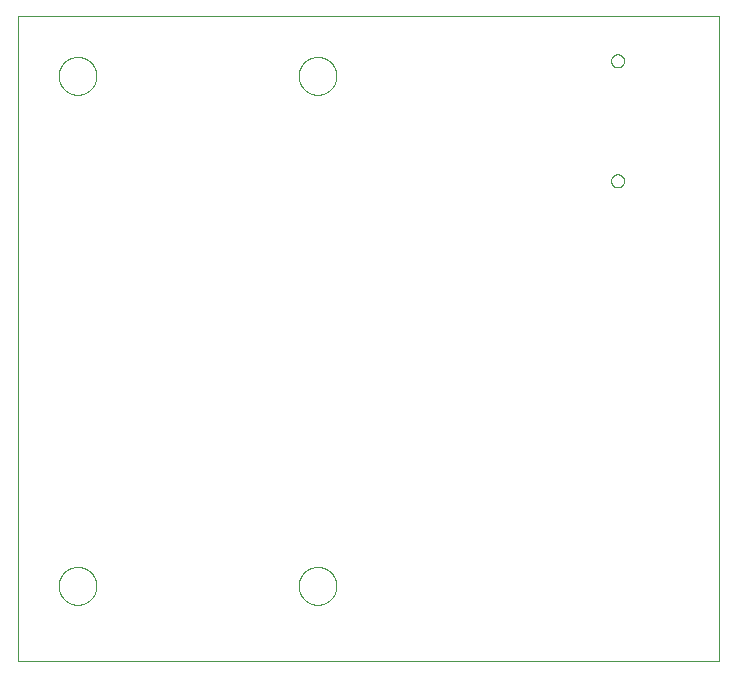
<source format=gko>
G75*
%MOIN*%
%OFA0B0*%
%FSLAX25Y25*%
%IPPOS*%
%LPD*%
%AMOC8*
5,1,8,0,0,1.08239X$1,22.5*
%
%ADD10C,0.00000*%
D10*
X0001000Y0001000D02*
X0001000Y0215961D01*
X0234701Y0215961D01*
X0234701Y0001000D01*
X0001000Y0001000D01*
X0014701Y0026000D02*
X0014703Y0026158D01*
X0014709Y0026316D01*
X0014719Y0026474D01*
X0014733Y0026632D01*
X0014751Y0026789D01*
X0014772Y0026946D01*
X0014798Y0027102D01*
X0014828Y0027258D01*
X0014861Y0027413D01*
X0014899Y0027566D01*
X0014940Y0027719D01*
X0014985Y0027871D01*
X0015034Y0028022D01*
X0015087Y0028171D01*
X0015143Y0028319D01*
X0015203Y0028465D01*
X0015267Y0028610D01*
X0015335Y0028753D01*
X0015406Y0028895D01*
X0015480Y0029035D01*
X0015558Y0029172D01*
X0015640Y0029308D01*
X0015724Y0029442D01*
X0015813Y0029573D01*
X0015904Y0029702D01*
X0015999Y0029829D01*
X0016096Y0029954D01*
X0016197Y0030076D01*
X0016301Y0030195D01*
X0016408Y0030312D01*
X0016518Y0030426D01*
X0016631Y0030537D01*
X0016746Y0030646D01*
X0016864Y0030751D01*
X0016985Y0030853D01*
X0017108Y0030953D01*
X0017234Y0031049D01*
X0017362Y0031142D01*
X0017492Y0031232D01*
X0017625Y0031318D01*
X0017760Y0031402D01*
X0017896Y0031481D01*
X0018035Y0031558D01*
X0018176Y0031630D01*
X0018318Y0031700D01*
X0018462Y0031765D01*
X0018608Y0031827D01*
X0018755Y0031885D01*
X0018904Y0031940D01*
X0019054Y0031991D01*
X0019205Y0032038D01*
X0019357Y0032081D01*
X0019510Y0032120D01*
X0019665Y0032156D01*
X0019820Y0032187D01*
X0019976Y0032215D01*
X0020132Y0032239D01*
X0020289Y0032259D01*
X0020447Y0032275D01*
X0020604Y0032287D01*
X0020763Y0032295D01*
X0020921Y0032299D01*
X0021079Y0032299D01*
X0021237Y0032295D01*
X0021396Y0032287D01*
X0021553Y0032275D01*
X0021711Y0032259D01*
X0021868Y0032239D01*
X0022024Y0032215D01*
X0022180Y0032187D01*
X0022335Y0032156D01*
X0022490Y0032120D01*
X0022643Y0032081D01*
X0022795Y0032038D01*
X0022946Y0031991D01*
X0023096Y0031940D01*
X0023245Y0031885D01*
X0023392Y0031827D01*
X0023538Y0031765D01*
X0023682Y0031700D01*
X0023824Y0031630D01*
X0023965Y0031558D01*
X0024104Y0031481D01*
X0024240Y0031402D01*
X0024375Y0031318D01*
X0024508Y0031232D01*
X0024638Y0031142D01*
X0024766Y0031049D01*
X0024892Y0030953D01*
X0025015Y0030853D01*
X0025136Y0030751D01*
X0025254Y0030646D01*
X0025369Y0030537D01*
X0025482Y0030426D01*
X0025592Y0030312D01*
X0025699Y0030195D01*
X0025803Y0030076D01*
X0025904Y0029954D01*
X0026001Y0029829D01*
X0026096Y0029702D01*
X0026187Y0029573D01*
X0026276Y0029442D01*
X0026360Y0029308D01*
X0026442Y0029172D01*
X0026520Y0029035D01*
X0026594Y0028895D01*
X0026665Y0028753D01*
X0026733Y0028610D01*
X0026797Y0028465D01*
X0026857Y0028319D01*
X0026913Y0028171D01*
X0026966Y0028022D01*
X0027015Y0027871D01*
X0027060Y0027719D01*
X0027101Y0027566D01*
X0027139Y0027413D01*
X0027172Y0027258D01*
X0027202Y0027102D01*
X0027228Y0026946D01*
X0027249Y0026789D01*
X0027267Y0026632D01*
X0027281Y0026474D01*
X0027291Y0026316D01*
X0027297Y0026158D01*
X0027299Y0026000D01*
X0027297Y0025842D01*
X0027291Y0025684D01*
X0027281Y0025526D01*
X0027267Y0025368D01*
X0027249Y0025211D01*
X0027228Y0025054D01*
X0027202Y0024898D01*
X0027172Y0024742D01*
X0027139Y0024587D01*
X0027101Y0024434D01*
X0027060Y0024281D01*
X0027015Y0024129D01*
X0026966Y0023978D01*
X0026913Y0023829D01*
X0026857Y0023681D01*
X0026797Y0023535D01*
X0026733Y0023390D01*
X0026665Y0023247D01*
X0026594Y0023105D01*
X0026520Y0022965D01*
X0026442Y0022828D01*
X0026360Y0022692D01*
X0026276Y0022558D01*
X0026187Y0022427D01*
X0026096Y0022298D01*
X0026001Y0022171D01*
X0025904Y0022046D01*
X0025803Y0021924D01*
X0025699Y0021805D01*
X0025592Y0021688D01*
X0025482Y0021574D01*
X0025369Y0021463D01*
X0025254Y0021354D01*
X0025136Y0021249D01*
X0025015Y0021147D01*
X0024892Y0021047D01*
X0024766Y0020951D01*
X0024638Y0020858D01*
X0024508Y0020768D01*
X0024375Y0020682D01*
X0024240Y0020598D01*
X0024104Y0020519D01*
X0023965Y0020442D01*
X0023824Y0020370D01*
X0023682Y0020300D01*
X0023538Y0020235D01*
X0023392Y0020173D01*
X0023245Y0020115D01*
X0023096Y0020060D01*
X0022946Y0020009D01*
X0022795Y0019962D01*
X0022643Y0019919D01*
X0022490Y0019880D01*
X0022335Y0019844D01*
X0022180Y0019813D01*
X0022024Y0019785D01*
X0021868Y0019761D01*
X0021711Y0019741D01*
X0021553Y0019725D01*
X0021396Y0019713D01*
X0021237Y0019705D01*
X0021079Y0019701D01*
X0020921Y0019701D01*
X0020763Y0019705D01*
X0020604Y0019713D01*
X0020447Y0019725D01*
X0020289Y0019741D01*
X0020132Y0019761D01*
X0019976Y0019785D01*
X0019820Y0019813D01*
X0019665Y0019844D01*
X0019510Y0019880D01*
X0019357Y0019919D01*
X0019205Y0019962D01*
X0019054Y0020009D01*
X0018904Y0020060D01*
X0018755Y0020115D01*
X0018608Y0020173D01*
X0018462Y0020235D01*
X0018318Y0020300D01*
X0018176Y0020370D01*
X0018035Y0020442D01*
X0017896Y0020519D01*
X0017760Y0020598D01*
X0017625Y0020682D01*
X0017492Y0020768D01*
X0017362Y0020858D01*
X0017234Y0020951D01*
X0017108Y0021047D01*
X0016985Y0021147D01*
X0016864Y0021249D01*
X0016746Y0021354D01*
X0016631Y0021463D01*
X0016518Y0021574D01*
X0016408Y0021688D01*
X0016301Y0021805D01*
X0016197Y0021924D01*
X0016096Y0022046D01*
X0015999Y0022171D01*
X0015904Y0022298D01*
X0015813Y0022427D01*
X0015724Y0022558D01*
X0015640Y0022692D01*
X0015558Y0022828D01*
X0015480Y0022965D01*
X0015406Y0023105D01*
X0015335Y0023247D01*
X0015267Y0023390D01*
X0015203Y0023535D01*
X0015143Y0023681D01*
X0015087Y0023829D01*
X0015034Y0023978D01*
X0014985Y0024129D01*
X0014940Y0024281D01*
X0014899Y0024434D01*
X0014861Y0024587D01*
X0014828Y0024742D01*
X0014798Y0024898D01*
X0014772Y0025054D01*
X0014751Y0025211D01*
X0014733Y0025368D01*
X0014719Y0025526D01*
X0014709Y0025684D01*
X0014703Y0025842D01*
X0014701Y0026000D01*
X0094701Y0026000D02*
X0094703Y0026158D01*
X0094709Y0026316D01*
X0094719Y0026474D01*
X0094733Y0026632D01*
X0094751Y0026789D01*
X0094772Y0026946D01*
X0094798Y0027102D01*
X0094828Y0027258D01*
X0094861Y0027413D01*
X0094899Y0027566D01*
X0094940Y0027719D01*
X0094985Y0027871D01*
X0095034Y0028022D01*
X0095087Y0028171D01*
X0095143Y0028319D01*
X0095203Y0028465D01*
X0095267Y0028610D01*
X0095335Y0028753D01*
X0095406Y0028895D01*
X0095480Y0029035D01*
X0095558Y0029172D01*
X0095640Y0029308D01*
X0095724Y0029442D01*
X0095813Y0029573D01*
X0095904Y0029702D01*
X0095999Y0029829D01*
X0096096Y0029954D01*
X0096197Y0030076D01*
X0096301Y0030195D01*
X0096408Y0030312D01*
X0096518Y0030426D01*
X0096631Y0030537D01*
X0096746Y0030646D01*
X0096864Y0030751D01*
X0096985Y0030853D01*
X0097108Y0030953D01*
X0097234Y0031049D01*
X0097362Y0031142D01*
X0097492Y0031232D01*
X0097625Y0031318D01*
X0097760Y0031402D01*
X0097896Y0031481D01*
X0098035Y0031558D01*
X0098176Y0031630D01*
X0098318Y0031700D01*
X0098462Y0031765D01*
X0098608Y0031827D01*
X0098755Y0031885D01*
X0098904Y0031940D01*
X0099054Y0031991D01*
X0099205Y0032038D01*
X0099357Y0032081D01*
X0099510Y0032120D01*
X0099665Y0032156D01*
X0099820Y0032187D01*
X0099976Y0032215D01*
X0100132Y0032239D01*
X0100289Y0032259D01*
X0100447Y0032275D01*
X0100604Y0032287D01*
X0100763Y0032295D01*
X0100921Y0032299D01*
X0101079Y0032299D01*
X0101237Y0032295D01*
X0101396Y0032287D01*
X0101553Y0032275D01*
X0101711Y0032259D01*
X0101868Y0032239D01*
X0102024Y0032215D01*
X0102180Y0032187D01*
X0102335Y0032156D01*
X0102490Y0032120D01*
X0102643Y0032081D01*
X0102795Y0032038D01*
X0102946Y0031991D01*
X0103096Y0031940D01*
X0103245Y0031885D01*
X0103392Y0031827D01*
X0103538Y0031765D01*
X0103682Y0031700D01*
X0103824Y0031630D01*
X0103965Y0031558D01*
X0104104Y0031481D01*
X0104240Y0031402D01*
X0104375Y0031318D01*
X0104508Y0031232D01*
X0104638Y0031142D01*
X0104766Y0031049D01*
X0104892Y0030953D01*
X0105015Y0030853D01*
X0105136Y0030751D01*
X0105254Y0030646D01*
X0105369Y0030537D01*
X0105482Y0030426D01*
X0105592Y0030312D01*
X0105699Y0030195D01*
X0105803Y0030076D01*
X0105904Y0029954D01*
X0106001Y0029829D01*
X0106096Y0029702D01*
X0106187Y0029573D01*
X0106276Y0029442D01*
X0106360Y0029308D01*
X0106442Y0029172D01*
X0106520Y0029035D01*
X0106594Y0028895D01*
X0106665Y0028753D01*
X0106733Y0028610D01*
X0106797Y0028465D01*
X0106857Y0028319D01*
X0106913Y0028171D01*
X0106966Y0028022D01*
X0107015Y0027871D01*
X0107060Y0027719D01*
X0107101Y0027566D01*
X0107139Y0027413D01*
X0107172Y0027258D01*
X0107202Y0027102D01*
X0107228Y0026946D01*
X0107249Y0026789D01*
X0107267Y0026632D01*
X0107281Y0026474D01*
X0107291Y0026316D01*
X0107297Y0026158D01*
X0107299Y0026000D01*
X0107297Y0025842D01*
X0107291Y0025684D01*
X0107281Y0025526D01*
X0107267Y0025368D01*
X0107249Y0025211D01*
X0107228Y0025054D01*
X0107202Y0024898D01*
X0107172Y0024742D01*
X0107139Y0024587D01*
X0107101Y0024434D01*
X0107060Y0024281D01*
X0107015Y0024129D01*
X0106966Y0023978D01*
X0106913Y0023829D01*
X0106857Y0023681D01*
X0106797Y0023535D01*
X0106733Y0023390D01*
X0106665Y0023247D01*
X0106594Y0023105D01*
X0106520Y0022965D01*
X0106442Y0022828D01*
X0106360Y0022692D01*
X0106276Y0022558D01*
X0106187Y0022427D01*
X0106096Y0022298D01*
X0106001Y0022171D01*
X0105904Y0022046D01*
X0105803Y0021924D01*
X0105699Y0021805D01*
X0105592Y0021688D01*
X0105482Y0021574D01*
X0105369Y0021463D01*
X0105254Y0021354D01*
X0105136Y0021249D01*
X0105015Y0021147D01*
X0104892Y0021047D01*
X0104766Y0020951D01*
X0104638Y0020858D01*
X0104508Y0020768D01*
X0104375Y0020682D01*
X0104240Y0020598D01*
X0104104Y0020519D01*
X0103965Y0020442D01*
X0103824Y0020370D01*
X0103682Y0020300D01*
X0103538Y0020235D01*
X0103392Y0020173D01*
X0103245Y0020115D01*
X0103096Y0020060D01*
X0102946Y0020009D01*
X0102795Y0019962D01*
X0102643Y0019919D01*
X0102490Y0019880D01*
X0102335Y0019844D01*
X0102180Y0019813D01*
X0102024Y0019785D01*
X0101868Y0019761D01*
X0101711Y0019741D01*
X0101553Y0019725D01*
X0101396Y0019713D01*
X0101237Y0019705D01*
X0101079Y0019701D01*
X0100921Y0019701D01*
X0100763Y0019705D01*
X0100604Y0019713D01*
X0100447Y0019725D01*
X0100289Y0019741D01*
X0100132Y0019761D01*
X0099976Y0019785D01*
X0099820Y0019813D01*
X0099665Y0019844D01*
X0099510Y0019880D01*
X0099357Y0019919D01*
X0099205Y0019962D01*
X0099054Y0020009D01*
X0098904Y0020060D01*
X0098755Y0020115D01*
X0098608Y0020173D01*
X0098462Y0020235D01*
X0098318Y0020300D01*
X0098176Y0020370D01*
X0098035Y0020442D01*
X0097896Y0020519D01*
X0097760Y0020598D01*
X0097625Y0020682D01*
X0097492Y0020768D01*
X0097362Y0020858D01*
X0097234Y0020951D01*
X0097108Y0021047D01*
X0096985Y0021147D01*
X0096864Y0021249D01*
X0096746Y0021354D01*
X0096631Y0021463D01*
X0096518Y0021574D01*
X0096408Y0021688D01*
X0096301Y0021805D01*
X0096197Y0021924D01*
X0096096Y0022046D01*
X0095999Y0022171D01*
X0095904Y0022298D01*
X0095813Y0022427D01*
X0095724Y0022558D01*
X0095640Y0022692D01*
X0095558Y0022828D01*
X0095480Y0022965D01*
X0095406Y0023105D01*
X0095335Y0023247D01*
X0095267Y0023390D01*
X0095203Y0023535D01*
X0095143Y0023681D01*
X0095087Y0023829D01*
X0095034Y0023978D01*
X0094985Y0024129D01*
X0094940Y0024281D01*
X0094899Y0024434D01*
X0094861Y0024587D01*
X0094828Y0024742D01*
X0094798Y0024898D01*
X0094772Y0025054D01*
X0094751Y0025211D01*
X0094733Y0025368D01*
X0094719Y0025526D01*
X0094709Y0025684D01*
X0094703Y0025842D01*
X0094701Y0026000D01*
X0198835Y0161000D02*
X0198837Y0161093D01*
X0198843Y0161185D01*
X0198853Y0161277D01*
X0198867Y0161368D01*
X0198884Y0161459D01*
X0198906Y0161549D01*
X0198931Y0161638D01*
X0198960Y0161726D01*
X0198993Y0161812D01*
X0199030Y0161897D01*
X0199070Y0161981D01*
X0199114Y0162062D01*
X0199161Y0162142D01*
X0199211Y0162220D01*
X0199265Y0162295D01*
X0199322Y0162368D01*
X0199382Y0162438D01*
X0199445Y0162506D01*
X0199511Y0162571D01*
X0199579Y0162633D01*
X0199650Y0162693D01*
X0199724Y0162749D01*
X0199800Y0162802D01*
X0199878Y0162851D01*
X0199958Y0162898D01*
X0200040Y0162940D01*
X0200124Y0162980D01*
X0200209Y0163015D01*
X0200296Y0163047D01*
X0200384Y0163076D01*
X0200473Y0163100D01*
X0200563Y0163121D01*
X0200654Y0163137D01*
X0200746Y0163150D01*
X0200838Y0163159D01*
X0200931Y0163164D01*
X0201023Y0163165D01*
X0201116Y0163162D01*
X0201208Y0163155D01*
X0201300Y0163144D01*
X0201391Y0163129D01*
X0201482Y0163111D01*
X0201572Y0163088D01*
X0201660Y0163062D01*
X0201748Y0163032D01*
X0201834Y0162998D01*
X0201918Y0162961D01*
X0202001Y0162919D01*
X0202082Y0162875D01*
X0202162Y0162827D01*
X0202239Y0162776D01*
X0202313Y0162721D01*
X0202386Y0162663D01*
X0202456Y0162603D01*
X0202523Y0162539D01*
X0202587Y0162473D01*
X0202649Y0162403D01*
X0202707Y0162332D01*
X0202762Y0162258D01*
X0202814Y0162181D01*
X0202863Y0162102D01*
X0202909Y0162022D01*
X0202951Y0161939D01*
X0202989Y0161855D01*
X0203024Y0161769D01*
X0203055Y0161682D01*
X0203082Y0161594D01*
X0203105Y0161504D01*
X0203125Y0161414D01*
X0203141Y0161323D01*
X0203153Y0161231D01*
X0203161Y0161139D01*
X0203165Y0161046D01*
X0203165Y0160954D01*
X0203161Y0160861D01*
X0203153Y0160769D01*
X0203141Y0160677D01*
X0203125Y0160586D01*
X0203105Y0160496D01*
X0203082Y0160406D01*
X0203055Y0160318D01*
X0203024Y0160231D01*
X0202989Y0160145D01*
X0202951Y0160061D01*
X0202909Y0159978D01*
X0202863Y0159898D01*
X0202814Y0159819D01*
X0202762Y0159742D01*
X0202707Y0159668D01*
X0202649Y0159597D01*
X0202587Y0159527D01*
X0202523Y0159461D01*
X0202456Y0159397D01*
X0202386Y0159337D01*
X0202313Y0159279D01*
X0202239Y0159224D01*
X0202162Y0159173D01*
X0202083Y0159125D01*
X0202001Y0159081D01*
X0201918Y0159039D01*
X0201834Y0159002D01*
X0201748Y0158968D01*
X0201660Y0158938D01*
X0201572Y0158912D01*
X0201482Y0158889D01*
X0201391Y0158871D01*
X0201300Y0158856D01*
X0201208Y0158845D01*
X0201116Y0158838D01*
X0201023Y0158835D01*
X0200931Y0158836D01*
X0200838Y0158841D01*
X0200746Y0158850D01*
X0200654Y0158863D01*
X0200563Y0158879D01*
X0200473Y0158900D01*
X0200384Y0158924D01*
X0200296Y0158953D01*
X0200209Y0158985D01*
X0200124Y0159020D01*
X0200040Y0159060D01*
X0199958Y0159102D01*
X0199878Y0159149D01*
X0199800Y0159198D01*
X0199724Y0159251D01*
X0199650Y0159307D01*
X0199579Y0159367D01*
X0199511Y0159429D01*
X0199445Y0159494D01*
X0199382Y0159562D01*
X0199322Y0159632D01*
X0199265Y0159705D01*
X0199211Y0159780D01*
X0199161Y0159858D01*
X0199114Y0159938D01*
X0199070Y0160019D01*
X0199030Y0160103D01*
X0198993Y0160188D01*
X0198960Y0160274D01*
X0198931Y0160362D01*
X0198906Y0160451D01*
X0198884Y0160541D01*
X0198867Y0160632D01*
X0198853Y0160723D01*
X0198843Y0160815D01*
X0198837Y0160907D01*
X0198835Y0161000D01*
X0198835Y0201000D02*
X0198837Y0201093D01*
X0198843Y0201185D01*
X0198853Y0201277D01*
X0198867Y0201368D01*
X0198884Y0201459D01*
X0198906Y0201549D01*
X0198931Y0201638D01*
X0198960Y0201726D01*
X0198993Y0201812D01*
X0199030Y0201897D01*
X0199070Y0201981D01*
X0199114Y0202062D01*
X0199161Y0202142D01*
X0199211Y0202220D01*
X0199265Y0202295D01*
X0199322Y0202368D01*
X0199382Y0202438D01*
X0199445Y0202506D01*
X0199511Y0202571D01*
X0199579Y0202633D01*
X0199650Y0202693D01*
X0199724Y0202749D01*
X0199800Y0202802D01*
X0199878Y0202851D01*
X0199958Y0202898D01*
X0200040Y0202940D01*
X0200124Y0202980D01*
X0200209Y0203015D01*
X0200296Y0203047D01*
X0200384Y0203076D01*
X0200473Y0203100D01*
X0200563Y0203121D01*
X0200654Y0203137D01*
X0200746Y0203150D01*
X0200838Y0203159D01*
X0200931Y0203164D01*
X0201023Y0203165D01*
X0201116Y0203162D01*
X0201208Y0203155D01*
X0201300Y0203144D01*
X0201391Y0203129D01*
X0201482Y0203111D01*
X0201572Y0203088D01*
X0201660Y0203062D01*
X0201748Y0203032D01*
X0201834Y0202998D01*
X0201918Y0202961D01*
X0202001Y0202919D01*
X0202082Y0202875D01*
X0202162Y0202827D01*
X0202239Y0202776D01*
X0202313Y0202721D01*
X0202386Y0202663D01*
X0202456Y0202603D01*
X0202523Y0202539D01*
X0202587Y0202473D01*
X0202649Y0202403D01*
X0202707Y0202332D01*
X0202762Y0202258D01*
X0202814Y0202181D01*
X0202863Y0202102D01*
X0202909Y0202022D01*
X0202951Y0201939D01*
X0202989Y0201855D01*
X0203024Y0201769D01*
X0203055Y0201682D01*
X0203082Y0201594D01*
X0203105Y0201504D01*
X0203125Y0201414D01*
X0203141Y0201323D01*
X0203153Y0201231D01*
X0203161Y0201139D01*
X0203165Y0201046D01*
X0203165Y0200954D01*
X0203161Y0200861D01*
X0203153Y0200769D01*
X0203141Y0200677D01*
X0203125Y0200586D01*
X0203105Y0200496D01*
X0203082Y0200406D01*
X0203055Y0200318D01*
X0203024Y0200231D01*
X0202989Y0200145D01*
X0202951Y0200061D01*
X0202909Y0199978D01*
X0202863Y0199898D01*
X0202814Y0199819D01*
X0202762Y0199742D01*
X0202707Y0199668D01*
X0202649Y0199597D01*
X0202587Y0199527D01*
X0202523Y0199461D01*
X0202456Y0199397D01*
X0202386Y0199337D01*
X0202313Y0199279D01*
X0202239Y0199224D01*
X0202162Y0199173D01*
X0202083Y0199125D01*
X0202001Y0199081D01*
X0201918Y0199039D01*
X0201834Y0199002D01*
X0201748Y0198968D01*
X0201660Y0198938D01*
X0201572Y0198912D01*
X0201482Y0198889D01*
X0201391Y0198871D01*
X0201300Y0198856D01*
X0201208Y0198845D01*
X0201116Y0198838D01*
X0201023Y0198835D01*
X0200931Y0198836D01*
X0200838Y0198841D01*
X0200746Y0198850D01*
X0200654Y0198863D01*
X0200563Y0198879D01*
X0200473Y0198900D01*
X0200384Y0198924D01*
X0200296Y0198953D01*
X0200209Y0198985D01*
X0200124Y0199020D01*
X0200040Y0199060D01*
X0199958Y0199102D01*
X0199878Y0199149D01*
X0199800Y0199198D01*
X0199724Y0199251D01*
X0199650Y0199307D01*
X0199579Y0199367D01*
X0199511Y0199429D01*
X0199445Y0199494D01*
X0199382Y0199562D01*
X0199322Y0199632D01*
X0199265Y0199705D01*
X0199211Y0199780D01*
X0199161Y0199858D01*
X0199114Y0199938D01*
X0199070Y0200019D01*
X0199030Y0200103D01*
X0198993Y0200188D01*
X0198960Y0200274D01*
X0198931Y0200362D01*
X0198906Y0200451D01*
X0198884Y0200541D01*
X0198867Y0200632D01*
X0198853Y0200723D01*
X0198843Y0200815D01*
X0198837Y0200907D01*
X0198835Y0201000D01*
X0094701Y0196000D02*
X0094703Y0196158D01*
X0094709Y0196316D01*
X0094719Y0196474D01*
X0094733Y0196632D01*
X0094751Y0196789D01*
X0094772Y0196946D01*
X0094798Y0197102D01*
X0094828Y0197258D01*
X0094861Y0197413D01*
X0094899Y0197566D01*
X0094940Y0197719D01*
X0094985Y0197871D01*
X0095034Y0198022D01*
X0095087Y0198171D01*
X0095143Y0198319D01*
X0095203Y0198465D01*
X0095267Y0198610D01*
X0095335Y0198753D01*
X0095406Y0198895D01*
X0095480Y0199035D01*
X0095558Y0199172D01*
X0095640Y0199308D01*
X0095724Y0199442D01*
X0095813Y0199573D01*
X0095904Y0199702D01*
X0095999Y0199829D01*
X0096096Y0199954D01*
X0096197Y0200076D01*
X0096301Y0200195D01*
X0096408Y0200312D01*
X0096518Y0200426D01*
X0096631Y0200537D01*
X0096746Y0200646D01*
X0096864Y0200751D01*
X0096985Y0200853D01*
X0097108Y0200953D01*
X0097234Y0201049D01*
X0097362Y0201142D01*
X0097492Y0201232D01*
X0097625Y0201318D01*
X0097760Y0201402D01*
X0097896Y0201481D01*
X0098035Y0201558D01*
X0098176Y0201630D01*
X0098318Y0201700D01*
X0098462Y0201765D01*
X0098608Y0201827D01*
X0098755Y0201885D01*
X0098904Y0201940D01*
X0099054Y0201991D01*
X0099205Y0202038D01*
X0099357Y0202081D01*
X0099510Y0202120D01*
X0099665Y0202156D01*
X0099820Y0202187D01*
X0099976Y0202215D01*
X0100132Y0202239D01*
X0100289Y0202259D01*
X0100447Y0202275D01*
X0100604Y0202287D01*
X0100763Y0202295D01*
X0100921Y0202299D01*
X0101079Y0202299D01*
X0101237Y0202295D01*
X0101396Y0202287D01*
X0101553Y0202275D01*
X0101711Y0202259D01*
X0101868Y0202239D01*
X0102024Y0202215D01*
X0102180Y0202187D01*
X0102335Y0202156D01*
X0102490Y0202120D01*
X0102643Y0202081D01*
X0102795Y0202038D01*
X0102946Y0201991D01*
X0103096Y0201940D01*
X0103245Y0201885D01*
X0103392Y0201827D01*
X0103538Y0201765D01*
X0103682Y0201700D01*
X0103824Y0201630D01*
X0103965Y0201558D01*
X0104104Y0201481D01*
X0104240Y0201402D01*
X0104375Y0201318D01*
X0104508Y0201232D01*
X0104638Y0201142D01*
X0104766Y0201049D01*
X0104892Y0200953D01*
X0105015Y0200853D01*
X0105136Y0200751D01*
X0105254Y0200646D01*
X0105369Y0200537D01*
X0105482Y0200426D01*
X0105592Y0200312D01*
X0105699Y0200195D01*
X0105803Y0200076D01*
X0105904Y0199954D01*
X0106001Y0199829D01*
X0106096Y0199702D01*
X0106187Y0199573D01*
X0106276Y0199442D01*
X0106360Y0199308D01*
X0106442Y0199172D01*
X0106520Y0199035D01*
X0106594Y0198895D01*
X0106665Y0198753D01*
X0106733Y0198610D01*
X0106797Y0198465D01*
X0106857Y0198319D01*
X0106913Y0198171D01*
X0106966Y0198022D01*
X0107015Y0197871D01*
X0107060Y0197719D01*
X0107101Y0197566D01*
X0107139Y0197413D01*
X0107172Y0197258D01*
X0107202Y0197102D01*
X0107228Y0196946D01*
X0107249Y0196789D01*
X0107267Y0196632D01*
X0107281Y0196474D01*
X0107291Y0196316D01*
X0107297Y0196158D01*
X0107299Y0196000D01*
X0107297Y0195842D01*
X0107291Y0195684D01*
X0107281Y0195526D01*
X0107267Y0195368D01*
X0107249Y0195211D01*
X0107228Y0195054D01*
X0107202Y0194898D01*
X0107172Y0194742D01*
X0107139Y0194587D01*
X0107101Y0194434D01*
X0107060Y0194281D01*
X0107015Y0194129D01*
X0106966Y0193978D01*
X0106913Y0193829D01*
X0106857Y0193681D01*
X0106797Y0193535D01*
X0106733Y0193390D01*
X0106665Y0193247D01*
X0106594Y0193105D01*
X0106520Y0192965D01*
X0106442Y0192828D01*
X0106360Y0192692D01*
X0106276Y0192558D01*
X0106187Y0192427D01*
X0106096Y0192298D01*
X0106001Y0192171D01*
X0105904Y0192046D01*
X0105803Y0191924D01*
X0105699Y0191805D01*
X0105592Y0191688D01*
X0105482Y0191574D01*
X0105369Y0191463D01*
X0105254Y0191354D01*
X0105136Y0191249D01*
X0105015Y0191147D01*
X0104892Y0191047D01*
X0104766Y0190951D01*
X0104638Y0190858D01*
X0104508Y0190768D01*
X0104375Y0190682D01*
X0104240Y0190598D01*
X0104104Y0190519D01*
X0103965Y0190442D01*
X0103824Y0190370D01*
X0103682Y0190300D01*
X0103538Y0190235D01*
X0103392Y0190173D01*
X0103245Y0190115D01*
X0103096Y0190060D01*
X0102946Y0190009D01*
X0102795Y0189962D01*
X0102643Y0189919D01*
X0102490Y0189880D01*
X0102335Y0189844D01*
X0102180Y0189813D01*
X0102024Y0189785D01*
X0101868Y0189761D01*
X0101711Y0189741D01*
X0101553Y0189725D01*
X0101396Y0189713D01*
X0101237Y0189705D01*
X0101079Y0189701D01*
X0100921Y0189701D01*
X0100763Y0189705D01*
X0100604Y0189713D01*
X0100447Y0189725D01*
X0100289Y0189741D01*
X0100132Y0189761D01*
X0099976Y0189785D01*
X0099820Y0189813D01*
X0099665Y0189844D01*
X0099510Y0189880D01*
X0099357Y0189919D01*
X0099205Y0189962D01*
X0099054Y0190009D01*
X0098904Y0190060D01*
X0098755Y0190115D01*
X0098608Y0190173D01*
X0098462Y0190235D01*
X0098318Y0190300D01*
X0098176Y0190370D01*
X0098035Y0190442D01*
X0097896Y0190519D01*
X0097760Y0190598D01*
X0097625Y0190682D01*
X0097492Y0190768D01*
X0097362Y0190858D01*
X0097234Y0190951D01*
X0097108Y0191047D01*
X0096985Y0191147D01*
X0096864Y0191249D01*
X0096746Y0191354D01*
X0096631Y0191463D01*
X0096518Y0191574D01*
X0096408Y0191688D01*
X0096301Y0191805D01*
X0096197Y0191924D01*
X0096096Y0192046D01*
X0095999Y0192171D01*
X0095904Y0192298D01*
X0095813Y0192427D01*
X0095724Y0192558D01*
X0095640Y0192692D01*
X0095558Y0192828D01*
X0095480Y0192965D01*
X0095406Y0193105D01*
X0095335Y0193247D01*
X0095267Y0193390D01*
X0095203Y0193535D01*
X0095143Y0193681D01*
X0095087Y0193829D01*
X0095034Y0193978D01*
X0094985Y0194129D01*
X0094940Y0194281D01*
X0094899Y0194434D01*
X0094861Y0194587D01*
X0094828Y0194742D01*
X0094798Y0194898D01*
X0094772Y0195054D01*
X0094751Y0195211D01*
X0094733Y0195368D01*
X0094719Y0195526D01*
X0094709Y0195684D01*
X0094703Y0195842D01*
X0094701Y0196000D01*
X0014701Y0196000D02*
X0014703Y0196158D01*
X0014709Y0196316D01*
X0014719Y0196474D01*
X0014733Y0196632D01*
X0014751Y0196789D01*
X0014772Y0196946D01*
X0014798Y0197102D01*
X0014828Y0197258D01*
X0014861Y0197413D01*
X0014899Y0197566D01*
X0014940Y0197719D01*
X0014985Y0197871D01*
X0015034Y0198022D01*
X0015087Y0198171D01*
X0015143Y0198319D01*
X0015203Y0198465D01*
X0015267Y0198610D01*
X0015335Y0198753D01*
X0015406Y0198895D01*
X0015480Y0199035D01*
X0015558Y0199172D01*
X0015640Y0199308D01*
X0015724Y0199442D01*
X0015813Y0199573D01*
X0015904Y0199702D01*
X0015999Y0199829D01*
X0016096Y0199954D01*
X0016197Y0200076D01*
X0016301Y0200195D01*
X0016408Y0200312D01*
X0016518Y0200426D01*
X0016631Y0200537D01*
X0016746Y0200646D01*
X0016864Y0200751D01*
X0016985Y0200853D01*
X0017108Y0200953D01*
X0017234Y0201049D01*
X0017362Y0201142D01*
X0017492Y0201232D01*
X0017625Y0201318D01*
X0017760Y0201402D01*
X0017896Y0201481D01*
X0018035Y0201558D01*
X0018176Y0201630D01*
X0018318Y0201700D01*
X0018462Y0201765D01*
X0018608Y0201827D01*
X0018755Y0201885D01*
X0018904Y0201940D01*
X0019054Y0201991D01*
X0019205Y0202038D01*
X0019357Y0202081D01*
X0019510Y0202120D01*
X0019665Y0202156D01*
X0019820Y0202187D01*
X0019976Y0202215D01*
X0020132Y0202239D01*
X0020289Y0202259D01*
X0020447Y0202275D01*
X0020604Y0202287D01*
X0020763Y0202295D01*
X0020921Y0202299D01*
X0021079Y0202299D01*
X0021237Y0202295D01*
X0021396Y0202287D01*
X0021553Y0202275D01*
X0021711Y0202259D01*
X0021868Y0202239D01*
X0022024Y0202215D01*
X0022180Y0202187D01*
X0022335Y0202156D01*
X0022490Y0202120D01*
X0022643Y0202081D01*
X0022795Y0202038D01*
X0022946Y0201991D01*
X0023096Y0201940D01*
X0023245Y0201885D01*
X0023392Y0201827D01*
X0023538Y0201765D01*
X0023682Y0201700D01*
X0023824Y0201630D01*
X0023965Y0201558D01*
X0024104Y0201481D01*
X0024240Y0201402D01*
X0024375Y0201318D01*
X0024508Y0201232D01*
X0024638Y0201142D01*
X0024766Y0201049D01*
X0024892Y0200953D01*
X0025015Y0200853D01*
X0025136Y0200751D01*
X0025254Y0200646D01*
X0025369Y0200537D01*
X0025482Y0200426D01*
X0025592Y0200312D01*
X0025699Y0200195D01*
X0025803Y0200076D01*
X0025904Y0199954D01*
X0026001Y0199829D01*
X0026096Y0199702D01*
X0026187Y0199573D01*
X0026276Y0199442D01*
X0026360Y0199308D01*
X0026442Y0199172D01*
X0026520Y0199035D01*
X0026594Y0198895D01*
X0026665Y0198753D01*
X0026733Y0198610D01*
X0026797Y0198465D01*
X0026857Y0198319D01*
X0026913Y0198171D01*
X0026966Y0198022D01*
X0027015Y0197871D01*
X0027060Y0197719D01*
X0027101Y0197566D01*
X0027139Y0197413D01*
X0027172Y0197258D01*
X0027202Y0197102D01*
X0027228Y0196946D01*
X0027249Y0196789D01*
X0027267Y0196632D01*
X0027281Y0196474D01*
X0027291Y0196316D01*
X0027297Y0196158D01*
X0027299Y0196000D01*
X0027297Y0195842D01*
X0027291Y0195684D01*
X0027281Y0195526D01*
X0027267Y0195368D01*
X0027249Y0195211D01*
X0027228Y0195054D01*
X0027202Y0194898D01*
X0027172Y0194742D01*
X0027139Y0194587D01*
X0027101Y0194434D01*
X0027060Y0194281D01*
X0027015Y0194129D01*
X0026966Y0193978D01*
X0026913Y0193829D01*
X0026857Y0193681D01*
X0026797Y0193535D01*
X0026733Y0193390D01*
X0026665Y0193247D01*
X0026594Y0193105D01*
X0026520Y0192965D01*
X0026442Y0192828D01*
X0026360Y0192692D01*
X0026276Y0192558D01*
X0026187Y0192427D01*
X0026096Y0192298D01*
X0026001Y0192171D01*
X0025904Y0192046D01*
X0025803Y0191924D01*
X0025699Y0191805D01*
X0025592Y0191688D01*
X0025482Y0191574D01*
X0025369Y0191463D01*
X0025254Y0191354D01*
X0025136Y0191249D01*
X0025015Y0191147D01*
X0024892Y0191047D01*
X0024766Y0190951D01*
X0024638Y0190858D01*
X0024508Y0190768D01*
X0024375Y0190682D01*
X0024240Y0190598D01*
X0024104Y0190519D01*
X0023965Y0190442D01*
X0023824Y0190370D01*
X0023682Y0190300D01*
X0023538Y0190235D01*
X0023392Y0190173D01*
X0023245Y0190115D01*
X0023096Y0190060D01*
X0022946Y0190009D01*
X0022795Y0189962D01*
X0022643Y0189919D01*
X0022490Y0189880D01*
X0022335Y0189844D01*
X0022180Y0189813D01*
X0022024Y0189785D01*
X0021868Y0189761D01*
X0021711Y0189741D01*
X0021553Y0189725D01*
X0021396Y0189713D01*
X0021237Y0189705D01*
X0021079Y0189701D01*
X0020921Y0189701D01*
X0020763Y0189705D01*
X0020604Y0189713D01*
X0020447Y0189725D01*
X0020289Y0189741D01*
X0020132Y0189761D01*
X0019976Y0189785D01*
X0019820Y0189813D01*
X0019665Y0189844D01*
X0019510Y0189880D01*
X0019357Y0189919D01*
X0019205Y0189962D01*
X0019054Y0190009D01*
X0018904Y0190060D01*
X0018755Y0190115D01*
X0018608Y0190173D01*
X0018462Y0190235D01*
X0018318Y0190300D01*
X0018176Y0190370D01*
X0018035Y0190442D01*
X0017896Y0190519D01*
X0017760Y0190598D01*
X0017625Y0190682D01*
X0017492Y0190768D01*
X0017362Y0190858D01*
X0017234Y0190951D01*
X0017108Y0191047D01*
X0016985Y0191147D01*
X0016864Y0191249D01*
X0016746Y0191354D01*
X0016631Y0191463D01*
X0016518Y0191574D01*
X0016408Y0191688D01*
X0016301Y0191805D01*
X0016197Y0191924D01*
X0016096Y0192046D01*
X0015999Y0192171D01*
X0015904Y0192298D01*
X0015813Y0192427D01*
X0015724Y0192558D01*
X0015640Y0192692D01*
X0015558Y0192828D01*
X0015480Y0192965D01*
X0015406Y0193105D01*
X0015335Y0193247D01*
X0015267Y0193390D01*
X0015203Y0193535D01*
X0015143Y0193681D01*
X0015087Y0193829D01*
X0015034Y0193978D01*
X0014985Y0194129D01*
X0014940Y0194281D01*
X0014899Y0194434D01*
X0014861Y0194587D01*
X0014828Y0194742D01*
X0014798Y0194898D01*
X0014772Y0195054D01*
X0014751Y0195211D01*
X0014733Y0195368D01*
X0014719Y0195526D01*
X0014709Y0195684D01*
X0014703Y0195842D01*
X0014701Y0196000D01*
M02*

</source>
